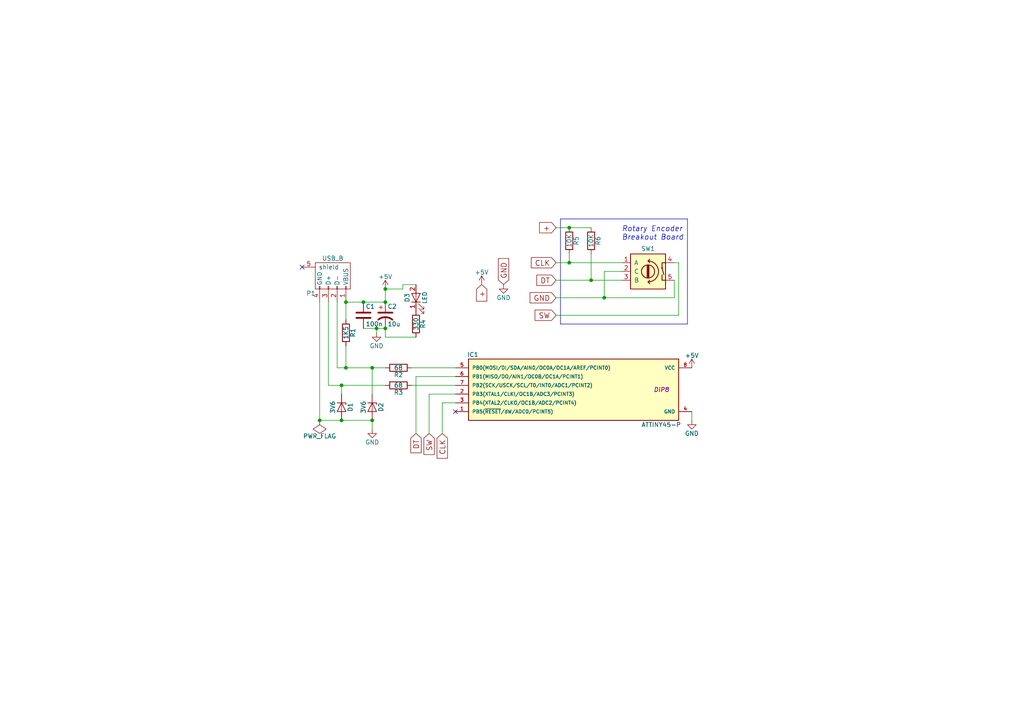
<source format=kicad_sch>
(kicad_sch (version 20230121) (generator eeschema)
  (paper "A4")
  (title_block (title "HID USB Volume Knob") (date "2018-07-10") (rev "v1") (company "JJL"))
  (lib_symbols
    (symbol "volumeKnob-rescue:+5V" (power) (pin_names (offset 0))
      (property "Value" "+5V" (at 0 3.556 0))
      (symbol "+5V_0_1"
        (polyline (pts (xy -0.762 1.27) (xy 0 2.54)))
        (polyline (pts (xy 0 0) (xy 0 2.54)))
        (polyline (pts (xy 0 2.54) (xy 0.762 1.27)))
      )
      (symbol "+5V_1_1"
        (pin power_in line (at 0 0 90) (length 0) hide (name "+5V") (number "1"))
      )
    )
    (symbol "volumeKnob-rescue:ATTINY45-P" (pin_names (offset 1.016))
      (property "Reference" "IC" (at -29.21 10.16 0))
      (property "Value" "ATTINY45-P" (at 25.4 -10.16 0))
      (property "Footprint" "DIP8" (at 25.4 0 0))
      (symbol "ATTINY45-P_0_1"
        (rectangle (start -30.48 8.89) (end 30.48 -8.89) (stroke (width 0.254)) (fill (type background)))
      )
      (symbol "ATTINY45-P_1_1"
        (pin bidirectional line (at -34.29 -6.35 0) (length 3.81) (name "PB5(~{RESET}/dW/ADC0/PCINT5)") (number "1"))
        (pin bidirectional line (at -34.29 -1.27 0) (length 3.81) (name "PB3(XTAL1/CLKI/OC1B/ADC3/PCINT3)") (number "2"))
        (pin bidirectional line (at -34.29 -3.81 0) (length 3.81) (name "PB4(XTAL2/CLKO/OC1B/ADC2/PCINT4)") (number "3"))
        (pin power_in line (at 34.29 -6.35 180) (length 3.81) (name "GND") (number "4"))
        (pin bidirectional line (at -34.29 6.35 0) (length 3.81) (name "PB0(MOSI/DI/SDA/AIN0/OC0A/OC1A/AREF/PCINT0)") (number "5"))
        (pin bidirectional line (at -34.29 3.81 0) (length 3.81) (name "PB1(MISO/DO/AIN1/OC0B/OC1A/PCINT1)") (number "6"))
        (pin bidirectional line (at -34.29 1.27 0) (length 3.81) (name "PB2(SCK/USCK/SCL/T0/INT0/ADC1/PCINT2)") (number "7"))
        (pin power_in line (at 34.29 6.35 180) (length 3.81) (name "VCC") (number "8"))
      )
    )
    (symbol "volumeKnob-rescue:C" (pin_numbers hide) (pin_names (offset 0.254))
      (property "Reference" "C" (at 0.635 2.54 0))
      (property "Value" "C" (at 0.635 -2.54 0))
      (symbol "C_0_1"
        (polyline (pts (xy -2.032 -0.762) (xy 2.032 -0.762)) (stroke (width 0.508)))
        (polyline (pts (xy -2.032 0.762) (xy 2.032 0.762)) (stroke (width 0.508)))
      )
      (symbol "C_1_1"
        (pin passive line (at 0 3.81 270) (length 2.794) (name "~") (number "1"))
        (pin passive line (at 0 -3.81 90) (length 2.794) (name "~") (number "2"))
      )
    )
    (symbol "volumeKnob-rescue:CP1" (pin_numbers hide) (pin_names (offset 0.254) hide)
      (property "Reference" "C" (at 0.635 2.54 0))
      (property "Value" "CP1" (at 0.635 -2.54 0))
      (symbol "CP1_0_1"
        (polyline (pts (xy -2.032 0.762) (xy 2.032 0.762)) (stroke (width 0.508)))
        (polyline (pts (xy -1.778 2.286) (xy -0.762 2.286)))
        (polyline (pts (xy -1.27 1.778) (xy -1.27 2.794)))
        (arc (start 2.032 -1.27) (mid 0 -0.5572) (end -2.032 -1.27) (stroke (width 0.508)))
      )
      (symbol "CP1_1_1"
        (pin passive line (at 0 3.81 270) (length 2.794) (name "~") (number "1"))
        (pin passive line (at 0 -3.81 90) (length 3.302) (name "~") (number "2"))
      )
    )
    (symbol "volumeKnob-rescue:D_Zener" (pin_numbers hide) (pin_names (offset 1.016) hide)
      (property "Reference" "D" (at 0 2.54 0))
      (property "Value" "D_Zener" (at 0 -2.54 0))
      (symbol "D_Zener_0_1"
        (polyline (pts (xy 1.27 0) (xy -1.27 0)))
        (polyline (pts (xy -1.27 -1.27) (xy -1.27 1.27) (xy -0.762 1.27)) (stroke (width 0.2032)))
        (polyline (pts (xy 1.27 -1.27) (xy 1.27 1.27) (xy -1.27 0) (xy 1.27 -1.27)) (stroke (width 0.2032)))
      )
      (symbol "D_Zener_1_1"
        (pin passive line (at -3.81 0 0) (length 2.54) (name "K") (number "1"))
        (pin passive line (at 3.81 0 180) (length 2.54) (name "A") (number "2"))
      )
    )
    (symbol "volumeKnob-rescue:GND" (power) (pin_names (offset 0))
      (property "Value" "GND" (at 0 -3.81 0))
      (symbol "GND_0_1"
        (polyline (pts (xy 0 0) (xy 0 -1.27) (xy 1.27 -1.27) (xy 0 -2.54) (xy -1.27 -1.27) (xy 0 -1.27)))
      )
      (symbol "GND_1_1"
        (pin power_in line (at 0 0 270) (length 0) hide (name "GND") (number "1"))
      )
    )
    (symbol "volumeKnob-rescue:LED" (pin_names (offset 1.016) hide)
      (property "Reference" "D" (at 0 2.54 0))
      (property "Value" "LED" (at 0 -2.54 0))
      (symbol "LED_0_1"
        (polyline (pts (xy -1.27 -1.27) (xy -1.27 1.27)) (stroke (width 0.2032)))
        (polyline (pts (xy -1.27 0) (xy 1.27 0)))
        (polyline (pts (xy 1.27 -1.27) (xy 1.27 1.27) (xy -1.27 0) (xy 1.27 -1.27)) (stroke (width 0.2032)))
        (polyline (pts (xy -3.048 -0.762) (xy -4.572 -2.286) (xy -3.81 -2.286) (xy -4.572 -2.286) (xy -4.572 -1.524)))
        (polyline (pts (xy -1.778 -0.762) (xy -3.302 -2.286) (xy -2.54 -2.286) (xy -3.302 -2.286) (xy -3.302 -1.524)))
      )
      (symbol "LED_1_1"
        (pin passive line (at -3.81 0 0) (length 2.54) (name "K") (number "1"))
        (pin passive line (at 3.81 0 180) (length 2.54) (name "A") (number "2"))
      )
    )
    (symbol "volumeKnob-rescue:PWR_FLAG" (power) (pin_numbers hide) (pin_names (offset 0) hide)
      (property "Value" "PWR_FLAG" (at 0 4.572 0))
      (symbol "PWR_FLAG_0_0"
        (pin power_out line (at 0 0 90) (length 0) (name "pwr") (number "1"))
      )
      (symbol "PWR_FLAG_0_1"
        (polyline (pts (xy 0 0) (xy 0 1.27) (xy -1.905 2.54) (xy 0 3.81) (xy 1.905 2.54) (xy 0 1.27)))
      )
    )
    (symbol "volumeKnob-rescue:R" (pin_numbers hide) (pin_names (offset 0))
      (property "Reference" "R" (at 2.032 0 90))
      (property "Value" "R" (at 0 0 90))
      (symbol "R_0_1"
        (rectangle (start -1.016 -2.54) (end 1.016 2.54) (stroke (width 0.254)))
      )
      (symbol "R_1_1"
        (pin passive line (at 0 3.81 270) (length 1.27) (name "~") (number "1"))
        (pin passive line (at 0 -3.81 90) (length 1.27) (name "~") (number "2"))
      )
    )
    (symbol "volumeKnob-rescue:Rotary_Encoder_Switch" (pin_names (offset 1.016))
      (property "Reference" "SW" (at 0 6.604 0))
      (property "Value" "Rotary_Encoder_Switch" (at 0 -6.604 0))
      (symbol "Rotary_Encoder_Switch_0_1"
        (rectangle (start -5.08 5.08) (end 5.08 -5.08) (stroke (width 0.254)) (fill (type background)))
        (arc (start 0 -3.048) (mid 3.0227 0) (end 0 3.048) (stroke (width 0.254)))
        (polyline (pts (xy -0.254 -1.778) (xy -0.254 1.778)) (stroke (width 0.254)))
        (polyline (pts (xy 0 -3.048) (xy 0.508 -3.556)) (stroke (width 0.254)))
        (polyline (pts (xy 0 -3.048) (xy 0.508 -2.54)) (stroke (width 0.254)))
        (polyline (pts (xy 0 -1.778) (xy 0 1.778)) (stroke (width 0.254)))
        (polyline (pts (xy 0 3.048) (xy 0.508 2.54)) (stroke (width 0.254)))
        (polyline (pts (xy 0.254 1.778) (xy 0.254 -1.778)) (stroke (width 0.254)))
        (polyline (pts (xy 0.508 3.556) (xy 0 3.048)) (stroke (width 0.254)))
        (polyline (pts (xy 4.064 1.016) (xy 4.572 -0.889)) (stroke (width 0.254)))
        (polyline (pts (xy 5.08 -2.54) (xy 4.064 -2.54) (xy 4.064 -1.016)) (stroke (width 0.254)))
        (polyline (pts (xy 5.08 2.54) (xy 4.064 2.54) (xy 4.064 1.016)) (stroke (width 0.254)))
        (circle (center 0 0) (radius 1.905) (stroke (width 0.254)))
        (circle (center 4.064 1.016) (radius 0.127) (stroke (width 0.254)))
      )
      (symbol "Rotary_Encoder_Switch_1_1"
        (pin input line (at -7.62 2.54 0) (length 2.54) (name "A") (number "1"))
        (pin input line (at -7.62 0 0) (length 2.54) (name "C") (number "2"))
        (pin input line (at -7.62 -2.54 0) (length 2.54) (name "B") (number "3"))
        (pin input line (at 7.62 2.54 180) (length 2.54) (name "~") (number "4"))
        (pin input line (at 7.62 -2.54 180) (length 2.54) (name "~") (number "5"))
      )
    )
    (symbol "volumeKnob-rescue:USB_B" (pin_names (offset 1.016))
      (property "Reference" "P" (at 5.08 -5.08 0))
      (property "Value" "USB_B" (at -1.27 5.08 0))
      (symbol "USB_B_0_1"
        (rectangle (start -6.35 -3.81) (end 3.81 3.81))
        (rectangle (start -5.207 -3.81) (end -4.953 -3.048))
        (rectangle (start -2.667 -3.81) (end -2.413 -3.048))
        (rectangle (start -0.127 -3.81) (end 0.127 -3.048))
        (rectangle (start 2.413 -3.81) (end 2.667 -3.048))
      )
      (symbol "USB_B_1_1"
        (pin power_out line (at -5.08 -7.62 90) (length 3.81) (name "VBUS") (number "1"))
        (pin passive line (at -2.54 -7.62 90) (length 3.81) (name "D-") (number "2"))
        (pin passive line (at 0 -7.62 90) (length 3.81) (name "D+") (number "3"))
        (pin power_in line (at 2.54 -7.62 90) (length 3.81) (name "GND") (number "4"))
        (pin passive line (at 7.62 2.54 180) (length 3.81) (name "shield") (number "5"))
      )
    )
  )
  (junction (at 100.33 106.68))
  (junction (at 111.76 95.25))
  (junction (at 171.45 81.28))
  (junction (at 92.71 121.92))
  (junction (at 165.1 66.04))
  (junction (at 109.22 95.25))
  (junction (at 99.06 111.76))
  (junction (at 111.76 87.63))
  (junction (at 99.06 121.92))
  (junction (at 165.1 76.2))
  (junction (at 100.33 87.63))
  (junction (at 111.76 83.82))
  (junction (at 107.95 121.92))
  (junction (at 105.41 87.63))
  (junction (at 107.95 106.68))
  (junction (at 175.26 86.36))
  (no_connect (at 132.08 119.38))
  (no_connect (at 87.63 77.47))
  (wire (pts (xy 109.22 96.52) (xy 109.22 95.25)))
  (wire (pts (xy 196.85 76.2) (xy 196.85 91.44)))
  (wire (pts (xy 171.45 73.66) (xy 171.45 81.28)))
  (wire (pts (xy 99.06 121.92) (xy 107.95 121.92)))
  (wire (pts (xy 195.58 86.36) (xy 195.58 81.28)))
  (wire (pts (xy 95.25 87.63) (xy 95.25 111.76)))
  (wire (pts (xy 107.95 106.68) (xy 111.76 106.68)))
  (wire (pts (xy 161.29 66.04) (xy 165.1 66.04)))
  (wire (pts (xy 100.33 100.33) (xy 100.33 106.68)))
  (wire (pts (xy 105.41 87.63) (xy 111.76 87.63)))
  (wire (pts (xy 180.34 78.74) (xy 175.26 78.74)))
  (wire (pts (xy 132.08 116.84) (xy 128.27 116.84)))
  (wire (pts (xy 92.71 87.63) (xy 92.71 121.92)))
  (wire (pts (xy 124.46 114.3) (xy 124.46 125.73)))
  (wire (pts (xy 111.76 87.63) (xy 111.76 83.82)))
  (wire (pts (xy 116.84 82.55) (xy 120.65 82.55)))
  (wire (pts (xy 161.29 76.2) (xy 165.1 76.2)))
  (wire (pts (xy 165.1 76.2) (xy 165.1 73.66)))
  (wire (pts (xy 97.79 87.63) (xy 97.79 106.68)))
  (wire (pts (xy 92.71 121.92) (xy 99.06 121.92)))
  (polyline (pts (xy 162.56 63.5) (xy 162.56 93.98)))
  (wire (pts (xy 120.65 97.79) (xy 111.76 97.79)))
  (wire (pts (xy 128.27 116.84) (xy 128.27 125.73)))
  (wire (pts (xy 111.76 95.25) (xy 109.22 95.25)))
  (wire (pts (xy 100.33 92.71) (xy 100.33 87.63)))
  (wire (pts (xy 99.06 111.76) (xy 111.76 111.76)))
  (wire (pts (xy 132.08 106.68) (xy 119.38 106.68)))
  (wire (pts (xy 175.26 86.36) (xy 195.58 86.36)))
  (polyline (pts (xy 199.39 93.98) (xy 199.39 63.5)))
  (wire (pts (xy 109.22 95.25) (xy 105.41 95.25)))
  (wire (pts (xy 107.95 121.92) (xy 107.95 124.46)))
  (wire (pts (xy 175.26 78.74) (xy 175.26 86.36)))
  (wire (pts (xy 95.25 111.76) (xy 99.06 111.76)))
  (wire (pts (xy 120.65 109.22) (xy 120.65 125.73)))
  (wire (pts (xy 97.79 106.68) (xy 100.33 106.68)))
  (wire (pts (xy 107.95 114.3) (xy 107.95 106.68)))
  (wire (pts (xy 165.1 76.2) (xy 180.34 76.2)))
  (wire (pts (xy 165.1 66.04) (xy 171.45 66.04)))
  (wire (pts (xy 111.76 83.82) (xy 116.84 83.82)))
  (wire (pts (xy 195.58 76.2) (xy 196.85 76.2)))
  (wire (pts (xy 171.45 81.28) (xy 180.34 81.28)))
  (wire (pts (xy 161.29 81.28) (xy 171.45 81.28)))
  (wire (pts (xy 116.84 83.82) (xy 116.84 82.55)))
  (polyline (pts (xy 162.56 93.98) (xy 199.39 93.98)))
  (wire (pts (xy 120.65 109.22) (xy 132.08 109.22)))
  (wire (pts (xy 100.33 87.63) (xy 105.41 87.63)))
  (wire (pts (xy 119.38 111.76) (xy 132.08 111.76)))
  (polyline (pts (xy 199.39 63.5) (xy 162.56 63.5)))
  (wire (pts (xy 111.76 97.79) (xy 111.76 95.25)))
  (wire (pts (xy 200.66 119.38) (xy 200.66 121.92)))
  (wire (pts (xy 196.85 91.44) (xy 161.29 91.44)))
  (wire (pts (xy 100.33 106.68) (xy 107.95 106.68)))
  (wire (pts (xy 161.29 86.36) (xy 175.26 86.36)))
  (wire (pts (xy 99.06 111.76) (xy 99.06 114.3)))
  (wire (pts (xy 124.46 114.3) (xy 132.08 114.3)))
  (text "Rotary Encoder\nBreakout Board" (at 180.34 69.85 0) (effects (font (size 1.524 1.524) italic) (justify left bottom)))
  (global_label "+" (shape input) (at 161.29 66.04 180) (effects (font (size 1.524 1.524))) (property "Intersheetrefs" "${INTERSHEET_REFS}" (effects hide)))
  (global_label "GND" (shape input) (at 146.05 82.55 90) (effects (font (size 1.524 1.524))) (property "Intersheetrefs" "${INTERSHEET_REFS}" (effects hide)))
  (global_label "+" (shape input) (at 139.7 82.55 270) (effects (font (size 1.524 1.524))) (property "Intersheetrefs" "${INTERSHEET_REFS}" (effects hide)))
  (global_label "SW" (shape input) (at 124.46 125.73 270) (effects (font (size 1.524 1.524))) (property "Intersheetrefs" "${INTERSHEET_REFS}" (effects hide)))
  (global_label "SW" (shape input) (at 161.29 91.44 180) (effects (font (size 1.524 1.524))) (property "Intersheetrefs" "${INTERSHEET_REFS}" (effects hide)))
  (global_label "GND" (shape input) (at 161.29 86.36 180) (effects (font (size 1.524 1.524))) (property "Intersheetrefs" "${INTERSHEET_REFS}" (effects hide)))
  (global_label "CLK" (shape input) (at 161.29 76.2 180) (effects (font (size 1.524 1.524))) (property "Intersheetrefs" "${INTERSHEET_REFS}" (effects hide)))
  (global_label "DT" (shape input) (at 161.29 81.28 180) (effects (font (size 1.524 1.524))) (property "Intersheetrefs" "${INTERSHEET_REFS}" (effects hide)))
  (global_label "CLK" (shape input) (at 128.27 125.73 270) (effects (font (size 1.524 1.524))) (property "Intersheetrefs" "${INTERSHEET_REFS}" (effects hide)))
  (global_label "DT" (shape input) (at 120.65 125.73 270) (effects (font (size 1.524 1.524))) (property "Intersheetrefs" "${INTERSHEET_REFS}" (effects hide)))
  (symbol (lib_id "volumeKnob-rescue:ATTINY45-P") (at 166.37 113.03 0) (unit 1)
    (property "Reference" "IC1" (at 137.16 102.87 0))
    (property "Value" "ATTINY45-P" (at 191.77 123.19 0))
    (property "Footprint" "DIP8" (at 191.77 113.03 0) (effects (font italic)))
  )
  (symbol (lib_id "volumeKnob-rescue:USB_B") (at 95.25 80.01 0) (mirror y) (unit 1)
    (property "Reference" "P1" (at 90.17 85.09 0))
    (property "Value" "USB_B" (at 96.52 74.93 0))
  )
  (symbol (lib_id "volumeKnob-rescue:D_Zener") (at 107.95 118.11 270) (unit 1)
    (property "Reference" "D2" (at 110.49 118.11 0))
    (property "Value" "3V6" (at 105.41 118.11 0))
  )
  (symbol (lib_id "volumeKnob-rescue:D_Zener") (at 99.06 118.11 270) (unit 1)
    (property "Reference" "D1" (at 101.6 118.11 0))
    (property "Value" "3V6" (at 96.52 118.11 0))
  )
  (symbol (lib_id "volumeKnob-rescue:R") (at 100.33 96.52 0) (unit 1)
    (property "Reference" "R1" (at 102.362 96.52 90))
    (property "Value" "1K5" (at 100.33 96.52 90))
  )
  (symbol (lib_id "volumeKnob-rescue:R") (at 115.57 106.68 270) (unit 1)
    (property "Reference" "R2" (at 115.57 108.712 90))
    (property "Value" "68" (at 115.57 106.68 90))
  )
  (symbol (lib_id "volumeKnob-rescue:R") (at 115.57 111.76 270) (unit 1)
    (property "Reference" "R3" (at 115.57 113.792 90))
    (property "Value" "68" (at 115.57 111.76 90))
  )
  (symbol (lib_id "volumeKnob-rescue:C") (at 105.41 91.44 0) (unit 1)
    (property "Reference" "C1" (at 106.045 88.9 0) (effects (justify left)))
    (property "Value" "100n" (at 106.045 93.98 0) (effects (justify left)))
  )
  (symbol (lib_id "volumeKnob-rescue:CP1") (at 111.76 91.44 0) (unit 1)
    (property "Reference" "C2" (at 112.395 88.9 0) (effects (justify left)))
    (property "Value" "10u" (at 112.395 93.98 0) (effects (justify left)))
  )
  (symbol (lib_id "volumeKnob-rescue:Rotary_Encoder_Switch") (at 187.96 78.74 0) (unit 1)
    (property "Reference" "SW1" (at 187.96 72.136 0))
    (property "Value" "Rotary_Encoder_Switch" (effects hide))
  )
  (symbol (lib_id "volumeKnob-rescue:GND") (at 200.66 121.92 0) (unit 1)
    (property "Reference" "#PWR01" (effects hide))
    (property "Value" "GND" (at 200.66 125.73 0))
  )
  (symbol (lib_id "volumeKnob-rescue:+5V") (at 111.76 83.82 0) (unit 1)
    (property "Reference" "#PWR02" (effects hide))
    (property "Value" "+5V" (at 111.76 80.264 0))
  )
  (symbol (lib_id "volumeKnob-rescue:GND") (at 107.95 124.46 0) (unit 1)
    (property "Reference" "#PWR03" (effects hide))
    (property "Value" "GND" (at 107.95 128.27 0))
  )
  (symbol (lib_id "volumeKnob-rescue:GND") (at 109.22 96.52 0) (unit 1)
    (property "Reference" "#PWR04" (effects hide))
    (property "Value" "GND" (at 109.22 100.33 0))
  )
  (symbol (lib_id "volumeKnob-rescue:+5V") (at 200.66 106.68 0) (unit 1)
    (property "Reference" "#PWR05" (effects hide))
    (property "Value" "+5V" (at 200.66 103.124 0))
  )
  (symbol (lib_id "volumeKnob-rescue:R") (at 165.1 69.85 0) (unit 1)
    (property "Reference" "R5" (at 167.132 69.85 90))
    (property "Value" "10K" (at 165.1 69.85 90))
  )
  (symbol (lib_id "volumeKnob-rescue:R") (at 171.45 69.85 0) (unit 1)
    (property "Reference" "R6" (at 173.482 69.85 90))
    (property "Value" "10K" (at 171.45 69.85 90))
  )
  (symbol (lib_id "volumeKnob-rescue:+5V") (at 139.7 82.55 0) (unit 1)
    (property "Reference" "#PWR06" (effects hide))
    (property "Value" "+5V" (at 139.7 78.994 0))
  )
  (symbol (lib_id "volumeKnob-rescue:GND") (at 146.05 82.55 0) (unit 1)
    (property "Reference" "#PWR07" (effects hide))
    (property "Value" "GND" (at 146.05 86.36 0))
  )
  (symbol (lib_id "volumeKnob-rescue:LED") (at 120.65 86.36 90) (unit 1)
    (property "Reference" "D3" (at 118.11 86.36 0))
    (property "Value" "LED" (at 123.19 86.36 0))
  )
  (symbol (lib_id "volumeKnob-rescue:R") (at 120.65 93.98 0) (unit 1)
    (property "Reference" "R4" (at 122.682 93.98 90))
    (property "Value" "330" (at 120.65 93.98 90))
  )
  (symbol (lib_id "volumeKnob-rescue:PWR_FLAG") (at 92.71 121.92 180) (unit 1)
    (property "Reference" "#FLG08" (effects hide))
    (property "Value" "PWR_FLAG" (at 92.71 126.492 0))
  )
)
</source>
